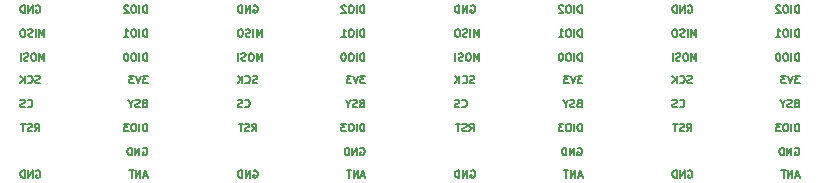
<source format=gbo>
G04 #@! TF.GenerationSoftware,KiCad,Pcbnew,(6.0.6)*
G04 #@! TF.CreationDate,2022-08-31T11:07:13-07:00*
G04 #@! TF.ProjectId,kikit_panel,6b696b69-745f-4706-916e-656c2e6b6963,rev?*
G04 #@! TF.SameCoordinates,Original*
G04 #@! TF.FileFunction,Legend,Bot*
G04 #@! TF.FilePolarity,Positive*
%FSLAX46Y46*%
G04 Gerber Fmt 4.6, Leading zero omitted, Abs format (unit mm)*
G04 Created by KiCad (PCBNEW (6.0.6)) date 2022-08-31 11:07:13*
%MOMM*%
%LPD*%
G01*
G04 APERTURE LIST*
%ADD10C,0.152400*%
%ADD11C,0.500000*%
%ADD12C,1.200000*%
%ADD13R,1.200000X1.200000*%
%ADD14C,2.000000*%
G04 APERTURE END LIST*
D10*
X37250583Y-32236261D02*
X37462250Y-31933880D01*
X37613440Y-32236261D02*
X37613440Y-31601261D01*
X37371536Y-31601261D01*
X37311060Y-31631500D01*
X37280821Y-31661738D01*
X37250583Y-31722214D01*
X37250583Y-31812928D01*
X37280821Y-31873404D01*
X37311060Y-31903642D01*
X37371536Y-31933880D01*
X37613440Y-31933880D01*
X37008679Y-32206023D02*
X36917964Y-32236261D01*
X36766774Y-32236261D01*
X36706298Y-32206023D01*
X36676060Y-32175785D01*
X36645821Y-32115309D01*
X36645821Y-32054833D01*
X36676060Y-31994357D01*
X36706298Y-31964119D01*
X36766774Y-31933880D01*
X36887726Y-31903642D01*
X36948202Y-31873404D01*
X36978440Y-31843166D01*
X37008679Y-31782690D01*
X37008679Y-31722214D01*
X36978440Y-31661738D01*
X36948202Y-31631500D01*
X36887726Y-31601261D01*
X36736536Y-31601261D01*
X36645821Y-31631500D01*
X36464393Y-31601261D02*
X36101536Y-31601261D01*
X36282964Y-32236261D02*
X36282964Y-31601261D01*
X55652583Y-32236261D02*
X55864250Y-31933880D01*
X56015440Y-32236261D02*
X56015440Y-31601261D01*
X55773536Y-31601261D01*
X55713060Y-31631500D01*
X55682821Y-31661738D01*
X55652583Y-31722214D01*
X55652583Y-31812928D01*
X55682821Y-31873404D01*
X55713060Y-31903642D01*
X55773536Y-31933880D01*
X56015440Y-31933880D01*
X55410679Y-32206023D02*
X55319964Y-32236261D01*
X55168774Y-32236261D01*
X55108298Y-32206023D01*
X55078060Y-32175785D01*
X55047821Y-32115309D01*
X55047821Y-32054833D01*
X55078060Y-31994357D01*
X55108298Y-31964119D01*
X55168774Y-31933880D01*
X55289726Y-31903642D01*
X55350202Y-31873404D01*
X55380440Y-31843166D01*
X55410679Y-31782690D01*
X55410679Y-31722214D01*
X55380440Y-31661738D01*
X55350202Y-31631500D01*
X55289726Y-31601261D01*
X55138536Y-31601261D01*
X55047821Y-31631500D01*
X54866393Y-31601261D02*
X54503536Y-31601261D01*
X54684964Y-32236261D02*
X54684964Y-31601261D01*
X18848583Y-32236261D02*
X19060250Y-31933880D01*
X19211440Y-32236261D02*
X19211440Y-31601261D01*
X18969536Y-31601261D01*
X18909060Y-31631500D01*
X18878821Y-31661738D01*
X18848583Y-31722214D01*
X18848583Y-31812928D01*
X18878821Y-31873404D01*
X18909060Y-31903642D01*
X18969536Y-31933880D01*
X19211440Y-31933880D01*
X18606679Y-32206023D02*
X18515964Y-32236261D01*
X18364774Y-32236261D01*
X18304298Y-32206023D01*
X18274060Y-32175785D01*
X18243821Y-32115309D01*
X18243821Y-32054833D01*
X18274060Y-31994357D01*
X18304298Y-31964119D01*
X18364774Y-31933880D01*
X18485726Y-31903642D01*
X18546202Y-31873404D01*
X18576440Y-31843166D01*
X18606679Y-31782690D01*
X18606679Y-31722214D01*
X18576440Y-31661738D01*
X18546202Y-31631500D01*
X18485726Y-31601261D01*
X18334536Y-31601261D01*
X18243821Y-31631500D01*
X18062393Y-31601261D02*
X17699536Y-31601261D01*
X17880964Y-32236261D02*
X17880964Y-31601261D01*
X74054583Y-32236261D02*
X74266250Y-31933880D01*
X74417440Y-32236261D02*
X74417440Y-31601261D01*
X74175536Y-31601261D01*
X74115060Y-31631500D01*
X74084821Y-31661738D01*
X74054583Y-31722214D01*
X74054583Y-31812928D01*
X74084821Y-31873404D01*
X74115060Y-31903642D01*
X74175536Y-31933880D01*
X74417440Y-31933880D01*
X73812679Y-32206023D02*
X73721964Y-32236261D01*
X73570774Y-32236261D01*
X73510298Y-32206023D01*
X73480060Y-32175785D01*
X73449821Y-32115309D01*
X73449821Y-32054833D01*
X73480060Y-31994357D01*
X73510298Y-31964119D01*
X73570774Y-31933880D01*
X73691726Y-31903642D01*
X73752202Y-31873404D01*
X73782440Y-31843166D01*
X73812679Y-31782690D01*
X73812679Y-31722214D01*
X73782440Y-31661738D01*
X73752202Y-31631500D01*
X73691726Y-31601261D01*
X73540536Y-31601261D01*
X73449821Y-31631500D01*
X73268393Y-31601261D02*
X72905536Y-31601261D01*
X73086964Y-32236261D02*
X73086964Y-31601261D01*
X55041774Y-30143785D02*
X55072012Y-30174023D01*
X55162726Y-30204261D01*
X55223202Y-30204261D01*
X55313917Y-30174023D01*
X55374393Y-30113547D01*
X55404631Y-30053071D01*
X55434869Y-29932119D01*
X55434869Y-29841404D01*
X55404631Y-29720452D01*
X55374393Y-29659976D01*
X55313917Y-29599500D01*
X55223202Y-29569261D01*
X55162726Y-29569261D01*
X55072012Y-29599500D01*
X55041774Y-29629738D01*
X54799869Y-30174023D02*
X54709155Y-30204261D01*
X54557964Y-30204261D01*
X54497488Y-30174023D01*
X54467250Y-30143785D01*
X54437012Y-30083309D01*
X54437012Y-30022833D01*
X54467250Y-29962357D01*
X54497488Y-29932119D01*
X54557964Y-29901880D01*
X54678917Y-29871642D01*
X54739393Y-29841404D01*
X54769631Y-29811166D01*
X54799869Y-29750690D01*
X54799869Y-29690214D01*
X54769631Y-29629738D01*
X54739393Y-29599500D01*
X54678917Y-29569261D01*
X54527726Y-29569261D01*
X54437012Y-29599500D01*
X73443774Y-30143785D02*
X73474012Y-30174023D01*
X73564726Y-30204261D01*
X73625202Y-30204261D01*
X73715917Y-30174023D01*
X73776393Y-30113547D01*
X73806631Y-30053071D01*
X73836869Y-29932119D01*
X73836869Y-29841404D01*
X73806631Y-29720452D01*
X73776393Y-29659976D01*
X73715917Y-29599500D01*
X73625202Y-29569261D01*
X73564726Y-29569261D01*
X73474012Y-29599500D01*
X73443774Y-29629738D01*
X73201869Y-30174023D02*
X73111155Y-30204261D01*
X72959964Y-30204261D01*
X72899488Y-30174023D01*
X72869250Y-30143785D01*
X72839012Y-30083309D01*
X72839012Y-30022833D01*
X72869250Y-29962357D01*
X72899488Y-29932119D01*
X72959964Y-29901880D01*
X73080917Y-29871642D01*
X73141393Y-29841404D01*
X73171631Y-29811166D01*
X73201869Y-29750690D01*
X73201869Y-29690214D01*
X73171631Y-29629738D01*
X73141393Y-29599500D01*
X73080917Y-29569261D01*
X72929726Y-29569261D01*
X72839012Y-29599500D01*
X18237774Y-30143785D02*
X18268012Y-30174023D01*
X18358726Y-30204261D01*
X18419202Y-30204261D01*
X18509917Y-30174023D01*
X18570393Y-30113547D01*
X18600631Y-30053071D01*
X18630869Y-29932119D01*
X18630869Y-29841404D01*
X18600631Y-29720452D01*
X18570393Y-29659976D01*
X18509917Y-29599500D01*
X18419202Y-29569261D01*
X18358726Y-29569261D01*
X18268012Y-29599500D01*
X18237774Y-29629738D01*
X17995869Y-30174023D02*
X17905155Y-30204261D01*
X17753964Y-30204261D01*
X17693488Y-30174023D01*
X17663250Y-30143785D01*
X17633012Y-30083309D01*
X17633012Y-30022833D01*
X17663250Y-29962357D01*
X17693488Y-29932119D01*
X17753964Y-29901880D01*
X17874917Y-29871642D01*
X17935393Y-29841404D01*
X17965631Y-29811166D01*
X17995869Y-29750690D01*
X17995869Y-29690214D01*
X17965631Y-29629738D01*
X17935393Y-29599500D01*
X17874917Y-29569261D01*
X17723726Y-29569261D01*
X17633012Y-29599500D01*
X36639774Y-30143785D02*
X36670012Y-30174023D01*
X36760726Y-30204261D01*
X36821202Y-30204261D01*
X36911917Y-30174023D01*
X36972393Y-30113547D01*
X37002631Y-30053071D01*
X37032869Y-29932119D01*
X37032869Y-29841404D01*
X37002631Y-29720452D01*
X36972393Y-29659976D01*
X36911917Y-29599500D01*
X36821202Y-29569261D01*
X36760726Y-29569261D01*
X36670012Y-29599500D01*
X36639774Y-29629738D01*
X36397869Y-30174023D02*
X36307155Y-30204261D01*
X36155964Y-30204261D01*
X36095488Y-30174023D01*
X36065250Y-30143785D01*
X36035012Y-30083309D01*
X36035012Y-30022833D01*
X36065250Y-29962357D01*
X36095488Y-29932119D01*
X36155964Y-29901880D01*
X36276917Y-29871642D01*
X36337393Y-29841404D01*
X36367631Y-29811166D01*
X36397869Y-29750690D01*
X36397869Y-29690214D01*
X36367631Y-29629738D01*
X36337393Y-29599500D01*
X36276917Y-29569261D01*
X36125726Y-29569261D01*
X36035012Y-29599500D01*
X37667869Y-28142023D02*
X37577155Y-28172261D01*
X37425964Y-28172261D01*
X37365488Y-28142023D01*
X37335250Y-28111785D01*
X37305012Y-28051309D01*
X37305012Y-27990833D01*
X37335250Y-27930357D01*
X37365488Y-27900119D01*
X37425964Y-27869880D01*
X37546917Y-27839642D01*
X37607393Y-27809404D01*
X37637631Y-27779166D01*
X37667869Y-27718690D01*
X37667869Y-27658214D01*
X37637631Y-27597738D01*
X37607393Y-27567500D01*
X37546917Y-27537261D01*
X37395726Y-27537261D01*
X37305012Y-27567500D01*
X36670012Y-28111785D02*
X36700250Y-28142023D01*
X36790964Y-28172261D01*
X36851440Y-28172261D01*
X36942155Y-28142023D01*
X37002631Y-28081547D01*
X37032869Y-28021071D01*
X37063107Y-27900119D01*
X37063107Y-27809404D01*
X37032869Y-27688452D01*
X37002631Y-27627976D01*
X36942155Y-27567500D01*
X36851440Y-27537261D01*
X36790964Y-27537261D01*
X36700250Y-27567500D01*
X36670012Y-27597738D01*
X36397869Y-28172261D02*
X36397869Y-27537261D01*
X36035012Y-28172261D02*
X36307155Y-27809404D01*
X36035012Y-27537261D02*
X36397869Y-27900119D01*
X19265869Y-28142023D02*
X19175155Y-28172261D01*
X19023964Y-28172261D01*
X18963488Y-28142023D01*
X18933250Y-28111785D01*
X18903012Y-28051309D01*
X18903012Y-27990833D01*
X18933250Y-27930357D01*
X18963488Y-27900119D01*
X19023964Y-27869880D01*
X19144917Y-27839642D01*
X19205393Y-27809404D01*
X19235631Y-27779166D01*
X19265869Y-27718690D01*
X19265869Y-27658214D01*
X19235631Y-27597738D01*
X19205393Y-27567500D01*
X19144917Y-27537261D01*
X18993726Y-27537261D01*
X18903012Y-27567500D01*
X18268012Y-28111785D02*
X18298250Y-28142023D01*
X18388964Y-28172261D01*
X18449440Y-28172261D01*
X18540155Y-28142023D01*
X18600631Y-28081547D01*
X18630869Y-28021071D01*
X18661107Y-27900119D01*
X18661107Y-27809404D01*
X18630869Y-27688452D01*
X18600631Y-27627976D01*
X18540155Y-27567500D01*
X18449440Y-27537261D01*
X18388964Y-27537261D01*
X18298250Y-27567500D01*
X18268012Y-27597738D01*
X17995869Y-28172261D02*
X17995869Y-27537261D01*
X17633012Y-28172261D02*
X17905155Y-27809404D01*
X17633012Y-27537261D02*
X17995869Y-27900119D01*
X56069869Y-28142023D02*
X55979155Y-28172261D01*
X55827964Y-28172261D01*
X55767488Y-28142023D01*
X55737250Y-28111785D01*
X55707012Y-28051309D01*
X55707012Y-27990833D01*
X55737250Y-27930357D01*
X55767488Y-27900119D01*
X55827964Y-27869880D01*
X55948917Y-27839642D01*
X56009393Y-27809404D01*
X56039631Y-27779166D01*
X56069869Y-27718690D01*
X56069869Y-27658214D01*
X56039631Y-27597738D01*
X56009393Y-27567500D01*
X55948917Y-27537261D01*
X55797726Y-27537261D01*
X55707012Y-27567500D01*
X55072012Y-28111785D02*
X55102250Y-28142023D01*
X55192964Y-28172261D01*
X55253440Y-28172261D01*
X55344155Y-28142023D01*
X55404631Y-28081547D01*
X55434869Y-28021071D01*
X55465107Y-27900119D01*
X55465107Y-27809404D01*
X55434869Y-27688452D01*
X55404631Y-27627976D01*
X55344155Y-27567500D01*
X55253440Y-27537261D01*
X55192964Y-27537261D01*
X55102250Y-27567500D01*
X55072012Y-27597738D01*
X54799869Y-28172261D02*
X54799869Y-27537261D01*
X54437012Y-28172261D02*
X54709155Y-27809404D01*
X54437012Y-27537261D02*
X54799869Y-27900119D01*
X74471869Y-28142023D02*
X74381155Y-28172261D01*
X74229964Y-28172261D01*
X74169488Y-28142023D01*
X74139250Y-28111785D01*
X74109012Y-28051309D01*
X74109012Y-27990833D01*
X74139250Y-27930357D01*
X74169488Y-27900119D01*
X74229964Y-27869880D01*
X74350917Y-27839642D01*
X74411393Y-27809404D01*
X74441631Y-27779166D01*
X74471869Y-27718690D01*
X74471869Y-27658214D01*
X74441631Y-27597738D01*
X74411393Y-27567500D01*
X74350917Y-27537261D01*
X74199726Y-27537261D01*
X74109012Y-27567500D01*
X73474012Y-28111785D02*
X73504250Y-28142023D01*
X73594964Y-28172261D01*
X73655440Y-28172261D01*
X73746155Y-28142023D01*
X73806631Y-28081547D01*
X73836869Y-28021071D01*
X73867107Y-27900119D01*
X73867107Y-27809404D01*
X73836869Y-27688452D01*
X73806631Y-27627976D01*
X73746155Y-27567500D01*
X73655440Y-27537261D01*
X73594964Y-27537261D01*
X73504250Y-27567500D01*
X73474012Y-27597738D01*
X73201869Y-28172261D02*
X73201869Y-27537261D01*
X72839012Y-28172261D02*
X73111155Y-27809404D01*
X72839012Y-27537261D02*
X73201869Y-27900119D01*
X38060964Y-26267261D02*
X38060964Y-25632261D01*
X37849298Y-26085833D01*
X37637631Y-25632261D01*
X37637631Y-26267261D01*
X37214298Y-25632261D02*
X37093345Y-25632261D01*
X37032869Y-25662500D01*
X36972393Y-25722976D01*
X36942155Y-25843928D01*
X36942155Y-26055595D01*
X36972393Y-26176547D01*
X37032869Y-26237023D01*
X37093345Y-26267261D01*
X37214298Y-26267261D01*
X37274774Y-26237023D01*
X37335250Y-26176547D01*
X37365488Y-26055595D01*
X37365488Y-25843928D01*
X37335250Y-25722976D01*
X37274774Y-25662500D01*
X37214298Y-25632261D01*
X36700250Y-26237023D02*
X36609536Y-26267261D01*
X36458345Y-26267261D01*
X36397869Y-26237023D01*
X36367631Y-26206785D01*
X36337393Y-26146309D01*
X36337393Y-26085833D01*
X36367631Y-26025357D01*
X36397869Y-25995119D01*
X36458345Y-25964880D01*
X36579298Y-25934642D01*
X36639774Y-25904404D01*
X36670012Y-25874166D01*
X36700250Y-25813690D01*
X36700250Y-25753214D01*
X36670012Y-25692738D01*
X36639774Y-25662500D01*
X36579298Y-25632261D01*
X36428107Y-25632261D01*
X36337393Y-25662500D01*
X36065250Y-26267261D02*
X36065250Y-25632261D01*
X56462964Y-26267261D02*
X56462964Y-25632261D01*
X56251298Y-26085833D01*
X56039631Y-25632261D01*
X56039631Y-26267261D01*
X55616298Y-25632261D02*
X55495345Y-25632261D01*
X55434869Y-25662500D01*
X55374393Y-25722976D01*
X55344155Y-25843928D01*
X55344155Y-26055595D01*
X55374393Y-26176547D01*
X55434869Y-26237023D01*
X55495345Y-26267261D01*
X55616298Y-26267261D01*
X55676774Y-26237023D01*
X55737250Y-26176547D01*
X55767488Y-26055595D01*
X55767488Y-25843928D01*
X55737250Y-25722976D01*
X55676774Y-25662500D01*
X55616298Y-25632261D01*
X55102250Y-26237023D02*
X55011536Y-26267261D01*
X54860345Y-26267261D01*
X54799869Y-26237023D01*
X54769631Y-26206785D01*
X54739393Y-26146309D01*
X54739393Y-26085833D01*
X54769631Y-26025357D01*
X54799869Y-25995119D01*
X54860345Y-25964880D01*
X54981298Y-25934642D01*
X55041774Y-25904404D01*
X55072012Y-25874166D01*
X55102250Y-25813690D01*
X55102250Y-25753214D01*
X55072012Y-25692738D01*
X55041774Y-25662500D01*
X54981298Y-25632261D01*
X54830107Y-25632261D01*
X54739393Y-25662500D01*
X54467250Y-26267261D02*
X54467250Y-25632261D01*
X74864964Y-26267261D02*
X74864964Y-25632261D01*
X74653298Y-26085833D01*
X74441631Y-25632261D01*
X74441631Y-26267261D01*
X74018298Y-25632261D02*
X73897345Y-25632261D01*
X73836869Y-25662500D01*
X73776393Y-25722976D01*
X73746155Y-25843928D01*
X73746155Y-26055595D01*
X73776393Y-26176547D01*
X73836869Y-26237023D01*
X73897345Y-26267261D01*
X74018298Y-26267261D01*
X74078774Y-26237023D01*
X74139250Y-26176547D01*
X74169488Y-26055595D01*
X74169488Y-25843928D01*
X74139250Y-25722976D01*
X74078774Y-25662500D01*
X74018298Y-25632261D01*
X73504250Y-26237023D02*
X73413536Y-26267261D01*
X73262345Y-26267261D01*
X73201869Y-26237023D01*
X73171631Y-26206785D01*
X73141393Y-26146309D01*
X73141393Y-26085833D01*
X73171631Y-26025357D01*
X73201869Y-25995119D01*
X73262345Y-25964880D01*
X73383298Y-25934642D01*
X73443774Y-25904404D01*
X73474012Y-25874166D01*
X73504250Y-25813690D01*
X73504250Y-25753214D01*
X73474012Y-25692738D01*
X73443774Y-25662500D01*
X73383298Y-25632261D01*
X73232107Y-25632261D01*
X73141393Y-25662500D01*
X72869250Y-26267261D02*
X72869250Y-25632261D01*
X19658964Y-26267261D02*
X19658964Y-25632261D01*
X19447298Y-26085833D01*
X19235631Y-25632261D01*
X19235631Y-26267261D01*
X18812298Y-25632261D02*
X18691345Y-25632261D01*
X18630869Y-25662500D01*
X18570393Y-25722976D01*
X18540155Y-25843928D01*
X18540155Y-26055595D01*
X18570393Y-26176547D01*
X18630869Y-26237023D01*
X18691345Y-26267261D01*
X18812298Y-26267261D01*
X18872774Y-26237023D01*
X18933250Y-26176547D01*
X18963488Y-26055595D01*
X18963488Y-25843928D01*
X18933250Y-25722976D01*
X18872774Y-25662500D01*
X18812298Y-25632261D01*
X18298250Y-26237023D02*
X18207536Y-26267261D01*
X18056345Y-26267261D01*
X17995869Y-26237023D01*
X17965631Y-26206785D01*
X17935393Y-26146309D01*
X17935393Y-26085833D01*
X17965631Y-26025357D01*
X17995869Y-25995119D01*
X18056345Y-25964880D01*
X18177298Y-25934642D01*
X18237774Y-25904404D01*
X18268012Y-25874166D01*
X18298250Y-25813690D01*
X18298250Y-25753214D01*
X18268012Y-25692738D01*
X18237774Y-25662500D01*
X18177298Y-25632261D01*
X18026107Y-25632261D01*
X17935393Y-25662500D01*
X17663250Y-26267261D02*
X17663250Y-25632261D01*
X19658964Y-24235261D02*
X19658964Y-23600261D01*
X19447298Y-24053833D01*
X19235631Y-23600261D01*
X19235631Y-24235261D01*
X18933250Y-24235261D02*
X18933250Y-23600261D01*
X18661107Y-24205023D02*
X18570393Y-24235261D01*
X18419202Y-24235261D01*
X18358726Y-24205023D01*
X18328488Y-24174785D01*
X18298250Y-24114309D01*
X18298250Y-24053833D01*
X18328488Y-23993357D01*
X18358726Y-23963119D01*
X18419202Y-23932880D01*
X18540155Y-23902642D01*
X18600631Y-23872404D01*
X18630869Y-23842166D01*
X18661107Y-23781690D01*
X18661107Y-23721214D01*
X18630869Y-23660738D01*
X18600631Y-23630500D01*
X18540155Y-23600261D01*
X18388964Y-23600261D01*
X18298250Y-23630500D01*
X17905155Y-23600261D02*
X17784202Y-23600261D01*
X17723726Y-23630500D01*
X17663250Y-23690976D01*
X17633012Y-23811928D01*
X17633012Y-24023595D01*
X17663250Y-24144547D01*
X17723726Y-24205023D01*
X17784202Y-24235261D01*
X17905155Y-24235261D01*
X17965631Y-24205023D01*
X18026107Y-24144547D01*
X18056345Y-24023595D01*
X18056345Y-23811928D01*
X18026107Y-23690976D01*
X17965631Y-23630500D01*
X17905155Y-23600261D01*
X56462964Y-24235261D02*
X56462964Y-23600261D01*
X56251298Y-24053833D01*
X56039631Y-23600261D01*
X56039631Y-24235261D01*
X55737250Y-24235261D02*
X55737250Y-23600261D01*
X55465107Y-24205023D02*
X55374393Y-24235261D01*
X55223202Y-24235261D01*
X55162726Y-24205023D01*
X55132488Y-24174785D01*
X55102250Y-24114309D01*
X55102250Y-24053833D01*
X55132488Y-23993357D01*
X55162726Y-23963119D01*
X55223202Y-23932880D01*
X55344155Y-23902642D01*
X55404631Y-23872404D01*
X55434869Y-23842166D01*
X55465107Y-23781690D01*
X55465107Y-23721214D01*
X55434869Y-23660738D01*
X55404631Y-23630500D01*
X55344155Y-23600261D01*
X55192964Y-23600261D01*
X55102250Y-23630500D01*
X54709155Y-23600261D02*
X54588202Y-23600261D01*
X54527726Y-23630500D01*
X54467250Y-23690976D01*
X54437012Y-23811928D01*
X54437012Y-24023595D01*
X54467250Y-24144547D01*
X54527726Y-24205023D01*
X54588202Y-24235261D01*
X54709155Y-24235261D01*
X54769631Y-24205023D01*
X54830107Y-24144547D01*
X54860345Y-24023595D01*
X54860345Y-23811928D01*
X54830107Y-23690976D01*
X54769631Y-23630500D01*
X54709155Y-23600261D01*
X74864964Y-24235261D02*
X74864964Y-23600261D01*
X74653298Y-24053833D01*
X74441631Y-23600261D01*
X74441631Y-24235261D01*
X74139250Y-24235261D02*
X74139250Y-23600261D01*
X73867107Y-24205023D02*
X73776393Y-24235261D01*
X73625202Y-24235261D01*
X73564726Y-24205023D01*
X73534488Y-24174785D01*
X73504250Y-24114309D01*
X73504250Y-24053833D01*
X73534488Y-23993357D01*
X73564726Y-23963119D01*
X73625202Y-23932880D01*
X73746155Y-23902642D01*
X73806631Y-23872404D01*
X73836869Y-23842166D01*
X73867107Y-23781690D01*
X73867107Y-23721214D01*
X73836869Y-23660738D01*
X73806631Y-23630500D01*
X73746155Y-23600261D01*
X73594964Y-23600261D01*
X73504250Y-23630500D01*
X73111155Y-23600261D02*
X72990202Y-23600261D01*
X72929726Y-23630500D01*
X72869250Y-23690976D01*
X72839012Y-23811928D01*
X72839012Y-24023595D01*
X72869250Y-24144547D01*
X72929726Y-24205023D01*
X72990202Y-24235261D01*
X73111155Y-24235261D01*
X73171631Y-24205023D01*
X73232107Y-24144547D01*
X73262345Y-24023595D01*
X73262345Y-23811928D01*
X73232107Y-23690976D01*
X73171631Y-23630500D01*
X73111155Y-23600261D01*
X38060964Y-24235261D02*
X38060964Y-23600261D01*
X37849298Y-24053833D01*
X37637631Y-23600261D01*
X37637631Y-24235261D01*
X37335250Y-24235261D02*
X37335250Y-23600261D01*
X37063107Y-24205023D02*
X36972393Y-24235261D01*
X36821202Y-24235261D01*
X36760726Y-24205023D01*
X36730488Y-24174785D01*
X36700250Y-24114309D01*
X36700250Y-24053833D01*
X36730488Y-23993357D01*
X36760726Y-23963119D01*
X36821202Y-23932880D01*
X36942155Y-23902642D01*
X37002631Y-23872404D01*
X37032869Y-23842166D01*
X37063107Y-23781690D01*
X37063107Y-23721214D01*
X37032869Y-23660738D01*
X37002631Y-23630500D01*
X36942155Y-23600261D01*
X36790964Y-23600261D01*
X36700250Y-23630500D01*
X36307155Y-23600261D02*
X36186202Y-23600261D01*
X36125726Y-23630500D01*
X36065250Y-23690976D01*
X36035012Y-23811928D01*
X36035012Y-24023595D01*
X36065250Y-24144547D01*
X36125726Y-24205023D01*
X36186202Y-24235261D01*
X36307155Y-24235261D01*
X36367631Y-24205023D01*
X36428107Y-24144547D01*
X36458345Y-24023595D01*
X36458345Y-23811928D01*
X36428107Y-23690976D01*
X36367631Y-23630500D01*
X36307155Y-23600261D01*
X74169488Y-21598500D02*
X74229964Y-21568261D01*
X74320679Y-21568261D01*
X74411393Y-21598500D01*
X74471869Y-21658976D01*
X74502107Y-21719452D01*
X74532345Y-21840404D01*
X74532345Y-21931119D01*
X74502107Y-22052071D01*
X74471869Y-22112547D01*
X74411393Y-22173023D01*
X74320679Y-22203261D01*
X74260202Y-22203261D01*
X74169488Y-22173023D01*
X74139250Y-22142785D01*
X74139250Y-21931119D01*
X74260202Y-21931119D01*
X73867107Y-22203261D02*
X73867107Y-21568261D01*
X73504250Y-22203261D01*
X73504250Y-21568261D01*
X73201869Y-22203261D02*
X73201869Y-21568261D01*
X73050679Y-21568261D01*
X72959964Y-21598500D01*
X72899488Y-21658976D01*
X72869250Y-21719452D01*
X72839012Y-21840404D01*
X72839012Y-21931119D01*
X72869250Y-22052071D01*
X72899488Y-22112547D01*
X72959964Y-22173023D01*
X73050679Y-22203261D01*
X73201869Y-22203261D01*
X37365488Y-21598500D02*
X37425964Y-21568261D01*
X37516679Y-21568261D01*
X37607393Y-21598500D01*
X37667869Y-21658976D01*
X37698107Y-21719452D01*
X37728345Y-21840404D01*
X37728345Y-21931119D01*
X37698107Y-22052071D01*
X37667869Y-22112547D01*
X37607393Y-22173023D01*
X37516679Y-22203261D01*
X37456202Y-22203261D01*
X37365488Y-22173023D01*
X37335250Y-22142785D01*
X37335250Y-21931119D01*
X37456202Y-21931119D01*
X37063107Y-22203261D02*
X37063107Y-21568261D01*
X36700250Y-22203261D01*
X36700250Y-21568261D01*
X36397869Y-22203261D02*
X36397869Y-21568261D01*
X36246679Y-21568261D01*
X36155964Y-21598500D01*
X36095488Y-21658976D01*
X36065250Y-21719452D01*
X36035012Y-21840404D01*
X36035012Y-21931119D01*
X36065250Y-22052071D01*
X36095488Y-22112547D01*
X36155964Y-22173023D01*
X36246679Y-22203261D01*
X36397869Y-22203261D01*
X18963488Y-21598500D02*
X19023964Y-21568261D01*
X19114679Y-21568261D01*
X19205393Y-21598500D01*
X19265869Y-21658976D01*
X19296107Y-21719452D01*
X19326345Y-21840404D01*
X19326345Y-21931119D01*
X19296107Y-22052071D01*
X19265869Y-22112547D01*
X19205393Y-22173023D01*
X19114679Y-22203261D01*
X19054202Y-22203261D01*
X18963488Y-22173023D01*
X18933250Y-22142785D01*
X18933250Y-21931119D01*
X19054202Y-21931119D01*
X18661107Y-22203261D02*
X18661107Y-21568261D01*
X18298250Y-22203261D01*
X18298250Y-21568261D01*
X17995869Y-22203261D02*
X17995869Y-21568261D01*
X17844679Y-21568261D01*
X17753964Y-21598500D01*
X17693488Y-21658976D01*
X17663250Y-21719452D01*
X17633012Y-21840404D01*
X17633012Y-21931119D01*
X17663250Y-22052071D01*
X17693488Y-22112547D01*
X17753964Y-22173023D01*
X17844679Y-22203261D01*
X17995869Y-22203261D01*
X55767488Y-21598500D02*
X55827964Y-21568261D01*
X55918679Y-21568261D01*
X56009393Y-21598500D01*
X56069869Y-21658976D01*
X56100107Y-21719452D01*
X56130345Y-21840404D01*
X56130345Y-21931119D01*
X56100107Y-22052071D01*
X56069869Y-22112547D01*
X56009393Y-22173023D01*
X55918679Y-22203261D01*
X55858202Y-22203261D01*
X55767488Y-22173023D01*
X55737250Y-22142785D01*
X55737250Y-21931119D01*
X55858202Y-21931119D01*
X55465107Y-22203261D02*
X55465107Y-21568261D01*
X55102250Y-22203261D01*
X55102250Y-21568261D01*
X54799869Y-22203261D02*
X54799869Y-21568261D01*
X54648679Y-21568261D01*
X54557964Y-21598500D01*
X54497488Y-21658976D01*
X54467250Y-21719452D01*
X54437012Y-21840404D01*
X54437012Y-21931119D01*
X54467250Y-22052071D01*
X54497488Y-22112547D01*
X54557964Y-22173023D01*
X54648679Y-22203261D01*
X54799869Y-22203261D01*
X37365488Y-35568500D02*
X37425964Y-35538261D01*
X37516679Y-35538261D01*
X37607393Y-35568500D01*
X37667869Y-35628976D01*
X37698107Y-35689452D01*
X37728345Y-35810404D01*
X37728345Y-35901119D01*
X37698107Y-36022071D01*
X37667869Y-36082547D01*
X37607393Y-36143023D01*
X37516679Y-36173261D01*
X37456202Y-36173261D01*
X37365488Y-36143023D01*
X37335250Y-36112785D01*
X37335250Y-35901119D01*
X37456202Y-35901119D01*
X37063107Y-36173261D02*
X37063107Y-35538261D01*
X36700250Y-36173261D01*
X36700250Y-35538261D01*
X36397869Y-36173261D02*
X36397869Y-35538261D01*
X36246679Y-35538261D01*
X36155964Y-35568500D01*
X36095488Y-35628976D01*
X36065250Y-35689452D01*
X36035012Y-35810404D01*
X36035012Y-35901119D01*
X36065250Y-36022071D01*
X36095488Y-36082547D01*
X36155964Y-36143023D01*
X36246679Y-36173261D01*
X36397869Y-36173261D01*
X55767488Y-35568500D02*
X55827964Y-35538261D01*
X55918679Y-35538261D01*
X56009393Y-35568500D01*
X56069869Y-35628976D01*
X56100107Y-35689452D01*
X56130345Y-35810404D01*
X56130345Y-35901119D01*
X56100107Y-36022071D01*
X56069869Y-36082547D01*
X56009393Y-36143023D01*
X55918679Y-36173261D01*
X55858202Y-36173261D01*
X55767488Y-36143023D01*
X55737250Y-36112785D01*
X55737250Y-35901119D01*
X55858202Y-35901119D01*
X55465107Y-36173261D02*
X55465107Y-35538261D01*
X55102250Y-36173261D01*
X55102250Y-35538261D01*
X54799869Y-36173261D02*
X54799869Y-35538261D01*
X54648679Y-35538261D01*
X54557964Y-35568500D01*
X54497488Y-35628976D01*
X54467250Y-35689452D01*
X54437012Y-35810404D01*
X54437012Y-35901119D01*
X54467250Y-36022071D01*
X54497488Y-36082547D01*
X54557964Y-36143023D01*
X54648679Y-36173261D01*
X54799869Y-36173261D01*
X18963488Y-35568500D02*
X19023964Y-35538261D01*
X19114679Y-35538261D01*
X19205393Y-35568500D01*
X19265869Y-35628976D01*
X19296107Y-35689452D01*
X19326345Y-35810404D01*
X19326345Y-35901119D01*
X19296107Y-36022071D01*
X19265869Y-36082547D01*
X19205393Y-36143023D01*
X19114679Y-36173261D01*
X19054202Y-36173261D01*
X18963488Y-36143023D01*
X18933250Y-36112785D01*
X18933250Y-35901119D01*
X19054202Y-35901119D01*
X18661107Y-36173261D02*
X18661107Y-35538261D01*
X18298250Y-36173261D01*
X18298250Y-35538261D01*
X17995869Y-36173261D02*
X17995869Y-35538261D01*
X17844679Y-35538261D01*
X17753964Y-35568500D01*
X17693488Y-35628976D01*
X17663250Y-35689452D01*
X17633012Y-35810404D01*
X17633012Y-35901119D01*
X17663250Y-36022071D01*
X17693488Y-36082547D01*
X17753964Y-36143023D01*
X17844679Y-36173261D01*
X17995869Y-36173261D01*
X74169488Y-35568500D02*
X74229964Y-35538261D01*
X74320679Y-35538261D01*
X74411393Y-35568500D01*
X74471869Y-35628976D01*
X74502107Y-35689452D01*
X74532345Y-35810404D01*
X74532345Y-35901119D01*
X74502107Y-36022071D01*
X74471869Y-36082547D01*
X74411393Y-36143023D01*
X74320679Y-36173261D01*
X74260202Y-36173261D01*
X74169488Y-36143023D01*
X74139250Y-36112785D01*
X74139250Y-35901119D01*
X74260202Y-35901119D01*
X73867107Y-36173261D02*
X73867107Y-35538261D01*
X73504250Y-36173261D01*
X73504250Y-35538261D01*
X73201869Y-36173261D02*
X73201869Y-35538261D01*
X73050679Y-35538261D01*
X72959964Y-35568500D01*
X72899488Y-35628976D01*
X72869250Y-35689452D01*
X72839012Y-35810404D01*
X72839012Y-35901119D01*
X72869250Y-36022071D01*
X72899488Y-36082547D01*
X72959964Y-36143023D01*
X73050679Y-36173261D01*
X73201869Y-36173261D01*
X46740749Y-22203261D02*
X46740749Y-21568261D01*
X46589559Y-21568261D01*
X46498844Y-21598500D01*
X46438368Y-21658976D01*
X46408130Y-21719452D01*
X46377892Y-21840404D01*
X46377892Y-21931119D01*
X46408130Y-22052071D01*
X46438368Y-22112547D01*
X46498844Y-22173023D01*
X46589559Y-22203261D01*
X46740749Y-22203261D01*
X46105749Y-22203261D02*
X46105749Y-21568261D01*
X45682416Y-21568261D02*
X45561463Y-21568261D01*
X45500987Y-21598500D01*
X45440511Y-21658976D01*
X45410273Y-21779928D01*
X45410273Y-21991595D01*
X45440511Y-22112547D01*
X45500987Y-22173023D01*
X45561463Y-22203261D01*
X45682416Y-22203261D01*
X45742892Y-22173023D01*
X45803368Y-22112547D01*
X45833606Y-21991595D01*
X45833606Y-21779928D01*
X45803368Y-21658976D01*
X45742892Y-21598500D01*
X45682416Y-21568261D01*
X45168368Y-21628738D02*
X45138130Y-21598500D01*
X45077654Y-21568261D01*
X44926463Y-21568261D01*
X44865987Y-21598500D01*
X44835749Y-21628738D01*
X44805511Y-21689214D01*
X44805511Y-21749690D01*
X44835749Y-21840404D01*
X45198606Y-22203261D01*
X44805511Y-22203261D01*
X65142749Y-22203261D02*
X65142749Y-21568261D01*
X64991559Y-21568261D01*
X64900844Y-21598500D01*
X64840368Y-21658976D01*
X64810130Y-21719452D01*
X64779892Y-21840404D01*
X64779892Y-21931119D01*
X64810130Y-22052071D01*
X64840368Y-22112547D01*
X64900844Y-22173023D01*
X64991559Y-22203261D01*
X65142749Y-22203261D01*
X64507749Y-22203261D02*
X64507749Y-21568261D01*
X64084416Y-21568261D02*
X63963463Y-21568261D01*
X63902987Y-21598500D01*
X63842511Y-21658976D01*
X63812273Y-21779928D01*
X63812273Y-21991595D01*
X63842511Y-22112547D01*
X63902987Y-22173023D01*
X63963463Y-22203261D01*
X64084416Y-22203261D01*
X64144892Y-22173023D01*
X64205368Y-22112547D01*
X64235606Y-21991595D01*
X64235606Y-21779928D01*
X64205368Y-21658976D01*
X64144892Y-21598500D01*
X64084416Y-21568261D01*
X63570368Y-21628738D02*
X63540130Y-21598500D01*
X63479654Y-21568261D01*
X63328463Y-21568261D01*
X63267987Y-21598500D01*
X63237749Y-21628738D01*
X63207511Y-21689214D01*
X63207511Y-21749690D01*
X63237749Y-21840404D01*
X63600606Y-22203261D01*
X63207511Y-22203261D01*
X83544749Y-22203261D02*
X83544749Y-21568261D01*
X83393559Y-21568261D01*
X83302844Y-21598500D01*
X83242368Y-21658976D01*
X83212130Y-21719452D01*
X83181892Y-21840404D01*
X83181892Y-21931119D01*
X83212130Y-22052071D01*
X83242368Y-22112547D01*
X83302844Y-22173023D01*
X83393559Y-22203261D01*
X83544749Y-22203261D01*
X82909749Y-22203261D02*
X82909749Y-21568261D01*
X82486416Y-21568261D02*
X82365463Y-21568261D01*
X82304987Y-21598500D01*
X82244511Y-21658976D01*
X82214273Y-21779928D01*
X82214273Y-21991595D01*
X82244511Y-22112547D01*
X82304987Y-22173023D01*
X82365463Y-22203261D01*
X82486416Y-22203261D01*
X82546892Y-22173023D01*
X82607368Y-22112547D01*
X82637606Y-21991595D01*
X82637606Y-21779928D01*
X82607368Y-21658976D01*
X82546892Y-21598500D01*
X82486416Y-21568261D01*
X81972368Y-21628738D02*
X81942130Y-21598500D01*
X81881654Y-21568261D01*
X81730463Y-21568261D01*
X81669987Y-21598500D01*
X81639749Y-21628738D01*
X81609511Y-21689214D01*
X81609511Y-21749690D01*
X81639749Y-21840404D01*
X82002606Y-22203261D01*
X81609511Y-22203261D01*
X28338749Y-22203261D02*
X28338749Y-21568261D01*
X28187559Y-21568261D01*
X28096844Y-21598500D01*
X28036368Y-21658976D01*
X28006130Y-21719452D01*
X27975892Y-21840404D01*
X27975892Y-21931119D01*
X28006130Y-22052071D01*
X28036368Y-22112547D01*
X28096844Y-22173023D01*
X28187559Y-22203261D01*
X28338749Y-22203261D01*
X27703749Y-22203261D02*
X27703749Y-21568261D01*
X27280416Y-21568261D02*
X27159463Y-21568261D01*
X27098987Y-21598500D01*
X27038511Y-21658976D01*
X27008273Y-21779928D01*
X27008273Y-21991595D01*
X27038511Y-22112547D01*
X27098987Y-22173023D01*
X27159463Y-22203261D01*
X27280416Y-22203261D01*
X27340892Y-22173023D01*
X27401368Y-22112547D01*
X27431606Y-21991595D01*
X27431606Y-21779928D01*
X27401368Y-21658976D01*
X27340892Y-21598500D01*
X27280416Y-21568261D01*
X26766368Y-21628738D02*
X26736130Y-21598500D01*
X26675654Y-21568261D01*
X26524463Y-21568261D01*
X26463987Y-21598500D01*
X26433749Y-21628738D01*
X26403511Y-21689214D01*
X26403511Y-21749690D01*
X26433749Y-21840404D01*
X26796606Y-22203261D01*
X26403511Y-22203261D01*
X46740749Y-24235261D02*
X46740749Y-23600261D01*
X46589559Y-23600261D01*
X46498844Y-23630500D01*
X46438368Y-23690976D01*
X46408130Y-23751452D01*
X46377892Y-23872404D01*
X46377892Y-23963119D01*
X46408130Y-24084071D01*
X46438368Y-24144547D01*
X46498844Y-24205023D01*
X46589559Y-24235261D01*
X46740749Y-24235261D01*
X46105749Y-24235261D02*
X46105749Y-23600261D01*
X45682416Y-23600261D02*
X45561463Y-23600261D01*
X45500987Y-23630500D01*
X45440511Y-23690976D01*
X45410273Y-23811928D01*
X45410273Y-24023595D01*
X45440511Y-24144547D01*
X45500987Y-24205023D01*
X45561463Y-24235261D01*
X45682416Y-24235261D01*
X45742892Y-24205023D01*
X45803368Y-24144547D01*
X45833606Y-24023595D01*
X45833606Y-23811928D01*
X45803368Y-23690976D01*
X45742892Y-23630500D01*
X45682416Y-23600261D01*
X44805511Y-24235261D02*
X45168368Y-24235261D01*
X44986940Y-24235261D02*
X44986940Y-23600261D01*
X45047416Y-23690976D01*
X45107892Y-23751452D01*
X45168368Y-23781690D01*
X65142749Y-24235261D02*
X65142749Y-23600261D01*
X64991559Y-23600261D01*
X64900844Y-23630500D01*
X64840368Y-23690976D01*
X64810130Y-23751452D01*
X64779892Y-23872404D01*
X64779892Y-23963119D01*
X64810130Y-24084071D01*
X64840368Y-24144547D01*
X64900844Y-24205023D01*
X64991559Y-24235261D01*
X65142749Y-24235261D01*
X64507749Y-24235261D02*
X64507749Y-23600261D01*
X64084416Y-23600261D02*
X63963463Y-23600261D01*
X63902987Y-23630500D01*
X63842511Y-23690976D01*
X63812273Y-23811928D01*
X63812273Y-24023595D01*
X63842511Y-24144547D01*
X63902987Y-24205023D01*
X63963463Y-24235261D01*
X64084416Y-24235261D01*
X64144892Y-24205023D01*
X64205368Y-24144547D01*
X64235606Y-24023595D01*
X64235606Y-23811928D01*
X64205368Y-23690976D01*
X64144892Y-23630500D01*
X64084416Y-23600261D01*
X63207511Y-24235261D02*
X63570368Y-24235261D01*
X63388940Y-24235261D02*
X63388940Y-23600261D01*
X63449416Y-23690976D01*
X63509892Y-23751452D01*
X63570368Y-23781690D01*
X83544749Y-24235261D02*
X83544749Y-23600261D01*
X83393559Y-23600261D01*
X83302844Y-23630500D01*
X83242368Y-23690976D01*
X83212130Y-23751452D01*
X83181892Y-23872404D01*
X83181892Y-23963119D01*
X83212130Y-24084071D01*
X83242368Y-24144547D01*
X83302844Y-24205023D01*
X83393559Y-24235261D01*
X83544749Y-24235261D01*
X82909749Y-24235261D02*
X82909749Y-23600261D01*
X82486416Y-23600261D02*
X82365463Y-23600261D01*
X82304987Y-23630500D01*
X82244511Y-23690976D01*
X82214273Y-23811928D01*
X82214273Y-24023595D01*
X82244511Y-24144547D01*
X82304987Y-24205023D01*
X82365463Y-24235261D01*
X82486416Y-24235261D01*
X82546892Y-24205023D01*
X82607368Y-24144547D01*
X82637606Y-24023595D01*
X82637606Y-23811928D01*
X82607368Y-23690976D01*
X82546892Y-23630500D01*
X82486416Y-23600261D01*
X81609511Y-24235261D02*
X81972368Y-24235261D01*
X81790940Y-24235261D02*
X81790940Y-23600261D01*
X81851416Y-23690976D01*
X81911892Y-23751452D01*
X81972368Y-23781690D01*
X28338749Y-24235261D02*
X28338749Y-23600261D01*
X28187559Y-23600261D01*
X28096844Y-23630500D01*
X28036368Y-23690976D01*
X28006130Y-23751452D01*
X27975892Y-23872404D01*
X27975892Y-23963119D01*
X28006130Y-24084071D01*
X28036368Y-24144547D01*
X28096844Y-24205023D01*
X28187559Y-24235261D01*
X28338749Y-24235261D01*
X27703749Y-24235261D02*
X27703749Y-23600261D01*
X27280416Y-23600261D02*
X27159463Y-23600261D01*
X27098987Y-23630500D01*
X27038511Y-23690976D01*
X27008273Y-23811928D01*
X27008273Y-24023595D01*
X27038511Y-24144547D01*
X27098987Y-24205023D01*
X27159463Y-24235261D01*
X27280416Y-24235261D01*
X27340892Y-24205023D01*
X27401368Y-24144547D01*
X27431606Y-24023595D01*
X27431606Y-23811928D01*
X27401368Y-23690976D01*
X27340892Y-23630500D01*
X27280416Y-23600261D01*
X26403511Y-24235261D02*
X26766368Y-24235261D01*
X26584940Y-24235261D02*
X26584940Y-23600261D01*
X26645416Y-23690976D01*
X26705892Y-23751452D01*
X26766368Y-23781690D01*
X28006130Y-33663500D02*
X28066606Y-33633261D01*
X28157320Y-33633261D01*
X28248035Y-33663500D01*
X28308511Y-33723976D01*
X28338749Y-33784452D01*
X28368987Y-33905404D01*
X28368987Y-33996119D01*
X28338749Y-34117071D01*
X28308511Y-34177547D01*
X28248035Y-34238023D01*
X28157320Y-34268261D01*
X28096844Y-34268261D01*
X28006130Y-34238023D01*
X27975892Y-34207785D01*
X27975892Y-33996119D01*
X28096844Y-33996119D01*
X27703749Y-34268261D02*
X27703749Y-33633261D01*
X27340892Y-34268261D01*
X27340892Y-33633261D01*
X27038511Y-34268261D02*
X27038511Y-33633261D01*
X26887320Y-33633261D01*
X26796606Y-33663500D01*
X26736130Y-33723976D01*
X26705892Y-33784452D01*
X26675654Y-33905404D01*
X26675654Y-33996119D01*
X26705892Y-34117071D01*
X26736130Y-34177547D01*
X26796606Y-34238023D01*
X26887320Y-34268261D01*
X27038511Y-34268261D01*
X83212130Y-33663500D02*
X83272606Y-33633261D01*
X83363320Y-33633261D01*
X83454035Y-33663500D01*
X83514511Y-33723976D01*
X83544749Y-33784452D01*
X83574987Y-33905404D01*
X83574987Y-33996119D01*
X83544749Y-34117071D01*
X83514511Y-34177547D01*
X83454035Y-34238023D01*
X83363320Y-34268261D01*
X83302844Y-34268261D01*
X83212130Y-34238023D01*
X83181892Y-34207785D01*
X83181892Y-33996119D01*
X83302844Y-33996119D01*
X82909749Y-34268261D02*
X82909749Y-33633261D01*
X82546892Y-34268261D01*
X82546892Y-33633261D01*
X82244511Y-34268261D02*
X82244511Y-33633261D01*
X82093320Y-33633261D01*
X82002606Y-33663500D01*
X81942130Y-33723976D01*
X81911892Y-33784452D01*
X81881654Y-33905404D01*
X81881654Y-33996119D01*
X81911892Y-34117071D01*
X81942130Y-34177547D01*
X82002606Y-34238023D01*
X82093320Y-34268261D01*
X82244511Y-34268261D01*
X46408130Y-33663500D02*
X46468606Y-33633261D01*
X46559320Y-33633261D01*
X46650035Y-33663500D01*
X46710511Y-33723976D01*
X46740749Y-33784452D01*
X46770987Y-33905404D01*
X46770987Y-33996119D01*
X46740749Y-34117071D01*
X46710511Y-34177547D01*
X46650035Y-34238023D01*
X46559320Y-34268261D01*
X46498844Y-34268261D01*
X46408130Y-34238023D01*
X46377892Y-34207785D01*
X46377892Y-33996119D01*
X46498844Y-33996119D01*
X46105749Y-34268261D02*
X46105749Y-33633261D01*
X45742892Y-34268261D01*
X45742892Y-33633261D01*
X45440511Y-34268261D02*
X45440511Y-33633261D01*
X45289320Y-33633261D01*
X45198606Y-33663500D01*
X45138130Y-33723976D01*
X45107892Y-33784452D01*
X45077654Y-33905404D01*
X45077654Y-33996119D01*
X45107892Y-34117071D01*
X45138130Y-34177547D01*
X45198606Y-34238023D01*
X45289320Y-34268261D01*
X45440511Y-34268261D01*
X64810130Y-33663500D02*
X64870606Y-33633261D01*
X64961320Y-33633261D01*
X65052035Y-33663500D01*
X65112511Y-33723976D01*
X65142749Y-33784452D01*
X65172987Y-33905404D01*
X65172987Y-33996119D01*
X65142749Y-34117071D01*
X65112511Y-34177547D01*
X65052035Y-34238023D01*
X64961320Y-34268261D01*
X64900844Y-34268261D01*
X64810130Y-34238023D01*
X64779892Y-34207785D01*
X64779892Y-33996119D01*
X64900844Y-33996119D01*
X64507749Y-34268261D02*
X64507749Y-33633261D01*
X64144892Y-34268261D01*
X64144892Y-33633261D01*
X63842511Y-34268261D02*
X63842511Y-33633261D01*
X63691320Y-33633261D01*
X63600606Y-33663500D01*
X63540130Y-33723976D01*
X63509892Y-33784452D01*
X63479654Y-33905404D01*
X63479654Y-33996119D01*
X63509892Y-34117071D01*
X63540130Y-34177547D01*
X63600606Y-34238023D01*
X63691320Y-34268261D01*
X63842511Y-34268261D01*
X46770987Y-35991833D02*
X46468606Y-35991833D01*
X46831463Y-36173261D02*
X46619797Y-35538261D01*
X46408130Y-36173261D01*
X46196463Y-36173261D02*
X46196463Y-35538261D01*
X45833606Y-36173261D01*
X45833606Y-35538261D01*
X45621940Y-35538261D02*
X45259082Y-35538261D01*
X45440511Y-36173261D02*
X45440511Y-35538261D01*
X65172987Y-35991833D02*
X64870606Y-35991833D01*
X65233463Y-36173261D02*
X65021797Y-35538261D01*
X64810130Y-36173261D01*
X64598463Y-36173261D02*
X64598463Y-35538261D01*
X64235606Y-36173261D01*
X64235606Y-35538261D01*
X64023940Y-35538261D02*
X63661082Y-35538261D01*
X63842511Y-36173261D02*
X63842511Y-35538261D01*
X83574987Y-35991833D02*
X83272606Y-35991833D01*
X83635463Y-36173261D02*
X83423797Y-35538261D01*
X83212130Y-36173261D01*
X83000463Y-36173261D02*
X83000463Y-35538261D01*
X82637606Y-36173261D01*
X82637606Y-35538261D01*
X82425940Y-35538261D02*
X82063082Y-35538261D01*
X82244511Y-36173261D02*
X82244511Y-35538261D01*
X28368987Y-35991833D02*
X28066606Y-35991833D01*
X28429463Y-36173261D02*
X28217797Y-35538261D01*
X28006130Y-36173261D01*
X27794463Y-36173261D02*
X27794463Y-35538261D01*
X27431606Y-36173261D01*
X27431606Y-35538261D01*
X27219940Y-35538261D02*
X26857082Y-35538261D01*
X27038511Y-36173261D02*
X27038511Y-35538261D01*
X28127082Y-29871642D02*
X28036368Y-29901880D01*
X28006130Y-29932119D01*
X27975892Y-29992595D01*
X27975892Y-30083309D01*
X28006130Y-30143785D01*
X28036368Y-30174023D01*
X28096844Y-30204261D01*
X28338749Y-30204261D01*
X28338749Y-29569261D01*
X28127082Y-29569261D01*
X28066606Y-29599500D01*
X28036368Y-29629738D01*
X28006130Y-29690214D01*
X28006130Y-29750690D01*
X28036368Y-29811166D01*
X28066606Y-29841404D01*
X28127082Y-29871642D01*
X28338749Y-29871642D01*
X27733987Y-30174023D02*
X27643273Y-30204261D01*
X27492082Y-30204261D01*
X27431606Y-30174023D01*
X27401368Y-30143785D01*
X27371130Y-30083309D01*
X27371130Y-30022833D01*
X27401368Y-29962357D01*
X27431606Y-29932119D01*
X27492082Y-29901880D01*
X27613035Y-29871642D01*
X27673511Y-29841404D01*
X27703749Y-29811166D01*
X27733987Y-29750690D01*
X27733987Y-29690214D01*
X27703749Y-29629738D01*
X27673511Y-29599500D01*
X27613035Y-29569261D01*
X27461844Y-29569261D01*
X27371130Y-29599500D01*
X26978035Y-29901880D02*
X26978035Y-30204261D01*
X27189701Y-29569261D02*
X26978035Y-29901880D01*
X26766368Y-29569261D01*
X83333082Y-29871642D02*
X83242368Y-29901880D01*
X83212130Y-29932119D01*
X83181892Y-29992595D01*
X83181892Y-30083309D01*
X83212130Y-30143785D01*
X83242368Y-30174023D01*
X83302844Y-30204261D01*
X83544749Y-30204261D01*
X83544749Y-29569261D01*
X83333082Y-29569261D01*
X83272606Y-29599500D01*
X83242368Y-29629738D01*
X83212130Y-29690214D01*
X83212130Y-29750690D01*
X83242368Y-29811166D01*
X83272606Y-29841404D01*
X83333082Y-29871642D01*
X83544749Y-29871642D01*
X82939987Y-30174023D02*
X82849273Y-30204261D01*
X82698082Y-30204261D01*
X82637606Y-30174023D01*
X82607368Y-30143785D01*
X82577130Y-30083309D01*
X82577130Y-30022833D01*
X82607368Y-29962357D01*
X82637606Y-29932119D01*
X82698082Y-29901880D01*
X82819035Y-29871642D01*
X82879511Y-29841404D01*
X82909749Y-29811166D01*
X82939987Y-29750690D01*
X82939987Y-29690214D01*
X82909749Y-29629738D01*
X82879511Y-29599500D01*
X82819035Y-29569261D01*
X82667844Y-29569261D01*
X82577130Y-29599500D01*
X82184035Y-29901880D02*
X82184035Y-30204261D01*
X82395701Y-29569261D02*
X82184035Y-29901880D01*
X81972368Y-29569261D01*
X64931082Y-29871642D02*
X64840368Y-29901880D01*
X64810130Y-29932119D01*
X64779892Y-29992595D01*
X64779892Y-30083309D01*
X64810130Y-30143785D01*
X64840368Y-30174023D01*
X64900844Y-30204261D01*
X65142749Y-30204261D01*
X65142749Y-29569261D01*
X64931082Y-29569261D01*
X64870606Y-29599500D01*
X64840368Y-29629738D01*
X64810130Y-29690214D01*
X64810130Y-29750690D01*
X64840368Y-29811166D01*
X64870606Y-29841404D01*
X64931082Y-29871642D01*
X65142749Y-29871642D01*
X64537987Y-30174023D02*
X64447273Y-30204261D01*
X64296082Y-30204261D01*
X64235606Y-30174023D01*
X64205368Y-30143785D01*
X64175130Y-30083309D01*
X64175130Y-30022833D01*
X64205368Y-29962357D01*
X64235606Y-29932119D01*
X64296082Y-29901880D01*
X64417035Y-29871642D01*
X64477511Y-29841404D01*
X64507749Y-29811166D01*
X64537987Y-29750690D01*
X64537987Y-29690214D01*
X64507749Y-29629738D01*
X64477511Y-29599500D01*
X64417035Y-29569261D01*
X64265844Y-29569261D01*
X64175130Y-29599500D01*
X63782035Y-29901880D02*
X63782035Y-30204261D01*
X63993701Y-29569261D02*
X63782035Y-29901880D01*
X63570368Y-29569261D01*
X46529082Y-29871642D02*
X46438368Y-29901880D01*
X46408130Y-29932119D01*
X46377892Y-29992595D01*
X46377892Y-30083309D01*
X46408130Y-30143785D01*
X46438368Y-30174023D01*
X46498844Y-30204261D01*
X46740749Y-30204261D01*
X46740749Y-29569261D01*
X46529082Y-29569261D01*
X46468606Y-29599500D01*
X46438368Y-29629738D01*
X46408130Y-29690214D01*
X46408130Y-29750690D01*
X46438368Y-29811166D01*
X46468606Y-29841404D01*
X46529082Y-29871642D01*
X46740749Y-29871642D01*
X46135987Y-30174023D02*
X46045273Y-30204261D01*
X45894082Y-30204261D01*
X45833606Y-30174023D01*
X45803368Y-30143785D01*
X45773130Y-30083309D01*
X45773130Y-30022833D01*
X45803368Y-29962357D01*
X45833606Y-29932119D01*
X45894082Y-29901880D01*
X46015035Y-29871642D01*
X46075511Y-29841404D01*
X46105749Y-29811166D01*
X46135987Y-29750690D01*
X46135987Y-29690214D01*
X46105749Y-29629738D01*
X46075511Y-29599500D01*
X46015035Y-29569261D01*
X45863844Y-29569261D01*
X45773130Y-29599500D01*
X45380035Y-29901880D02*
X45380035Y-30204261D01*
X45591701Y-29569261D02*
X45380035Y-29901880D01*
X45168368Y-29569261D01*
X65203225Y-27537261D02*
X64810130Y-27537261D01*
X65021797Y-27779166D01*
X64931082Y-27779166D01*
X64870606Y-27809404D01*
X64840368Y-27839642D01*
X64810130Y-27900119D01*
X64810130Y-28051309D01*
X64840368Y-28111785D01*
X64870606Y-28142023D01*
X64931082Y-28172261D01*
X65112511Y-28172261D01*
X65172987Y-28142023D01*
X65203225Y-28111785D01*
X64628701Y-27537261D02*
X64417035Y-28172261D01*
X64205368Y-27537261D01*
X64054178Y-27537261D02*
X63661082Y-27537261D01*
X63872749Y-27779166D01*
X63782035Y-27779166D01*
X63721559Y-27809404D01*
X63691320Y-27839642D01*
X63661082Y-27900119D01*
X63661082Y-28051309D01*
X63691320Y-28111785D01*
X63721559Y-28142023D01*
X63782035Y-28172261D01*
X63963463Y-28172261D01*
X64023940Y-28142023D01*
X64054178Y-28111785D01*
X28399225Y-27537261D02*
X28006130Y-27537261D01*
X28217797Y-27779166D01*
X28127082Y-27779166D01*
X28066606Y-27809404D01*
X28036368Y-27839642D01*
X28006130Y-27900119D01*
X28006130Y-28051309D01*
X28036368Y-28111785D01*
X28066606Y-28142023D01*
X28127082Y-28172261D01*
X28308511Y-28172261D01*
X28368987Y-28142023D01*
X28399225Y-28111785D01*
X27824701Y-27537261D02*
X27613035Y-28172261D01*
X27401368Y-27537261D01*
X27250178Y-27537261D02*
X26857082Y-27537261D01*
X27068749Y-27779166D01*
X26978035Y-27779166D01*
X26917559Y-27809404D01*
X26887320Y-27839642D01*
X26857082Y-27900119D01*
X26857082Y-28051309D01*
X26887320Y-28111785D01*
X26917559Y-28142023D01*
X26978035Y-28172261D01*
X27159463Y-28172261D01*
X27219940Y-28142023D01*
X27250178Y-28111785D01*
X46801225Y-27537261D02*
X46408130Y-27537261D01*
X46619797Y-27779166D01*
X46529082Y-27779166D01*
X46468606Y-27809404D01*
X46438368Y-27839642D01*
X46408130Y-27900119D01*
X46408130Y-28051309D01*
X46438368Y-28111785D01*
X46468606Y-28142023D01*
X46529082Y-28172261D01*
X46710511Y-28172261D01*
X46770987Y-28142023D01*
X46801225Y-28111785D01*
X46226701Y-27537261D02*
X46015035Y-28172261D01*
X45803368Y-27537261D01*
X45652178Y-27537261D02*
X45259082Y-27537261D01*
X45470749Y-27779166D01*
X45380035Y-27779166D01*
X45319559Y-27809404D01*
X45289320Y-27839642D01*
X45259082Y-27900119D01*
X45259082Y-28051309D01*
X45289320Y-28111785D01*
X45319559Y-28142023D01*
X45380035Y-28172261D01*
X45561463Y-28172261D01*
X45621940Y-28142023D01*
X45652178Y-28111785D01*
X83605225Y-27537261D02*
X83212130Y-27537261D01*
X83423797Y-27779166D01*
X83333082Y-27779166D01*
X83272606Y-27809404D01*
X83242368Y-27839642D01*
X83212130Y-27900119D01*
X83212130Y-28051309D01*
X83242368Y-28111785D01*
X83272606Y-28142023D01*
X83333082Y-28172261D01*
X83514511Y-28172261D01*
X83574987Y-28142023D01*
X83605225Y-28111785D01*
X83030701Y-27537261D02*
X82819035Y-28172261D01*
X82607368Y-27537261D01*
X82456178Y-27537261D02*
X82063082Y-27537261D01*
X82274749Y-27779166D01*
X82184035Y-27779166D01*
X82123559Y-27809404D01*
X82093320Y-27839642D01*
X82063082Y-27900119D01*
X82063082Y-28051309D01*
X82093320Y-28111785D01*
X82123559Y-28142023D01*
X82184035Y-28172261D01*
X82365463Y-28172261D01*
X82425940Y-28142023D01*
X82456178Y-28111785D01*
X46740749Y-26267261D02*
X46740749Y-25632261D01*
X46589559Y-25632261D01*
X46498844Y-25662500D01*
X46438368Y-25722976D01*
X46408130Y-25783452D01*
X46377892Y-25904404D01*
X46377892Y-25995119D01*
X46408130Y-26116071D01*
X46438368Y-26176547D01*
X46498844Y-26237023D01*
X46589559Y-26267261D01*
X46740749Y-26267261D01*
X46105749Y-26267261D02*
X46105749Y-25632261D01*
X45682416Y-25632261D02*
X45561463Y-25632261D01*
X45500987Y-25662500D01*
X45440511Y-25722976D01*
X45410273Y-25843928D01*
X45410273Y-26055595D01*
X45440511Y-26176547D01*
X45500987Y-26237023D01*
X45561463Y-26267261D01*
X45682416Y-26267261D01*
X45742892Y-26237023D01*
X45803368Y-26176547D01*
X45833606Y-26055595D01*
X45833606Y-25843928D01*
X45803368Y-25722976D01*
X45742892Y-25662500D01*
X45682416Y-25632261D01*
X45017178Y-25632261D02*
X44956701Y-25632261D01*
X44896225Y-25662500D01*
X44865987Y-25692738D01*
X44835749Y-25753214D01*
X44805511Y-25874166D01*
X44805511Y-26025357D01*
X44835749Y-26146309D01*
X44865987Y-26206785D01*
X44896225Y-26237023D01*
X44956701Y-26267261D01*
X45017178Y-26267261D01*
X45077654Y-26237023D01*
X45107892Y-26206785D01*
X45138130Y-26146309D01*
X45168368Y-26025357D01*
X45168368Y-25874166D01*
X45138130Y-25753214D01*
X45107892Y-25692738D01*
X45077654Y-25662500D01*
X45017178Y-25632261D01*
X83544749Y-26267261D02*
X83544749Y-25632261D01*
X83393559Y-25632261D01*
X83302844Y-25662500D01*
X83242368Y-25722976D01*
X83212130Y-25783452D01*
X83181892Y-25904404D01*
X83181892Y-25995119D01*
X83212130Y-26116071D01*
X83242368Y-26176547D01*
X83302844Y-26237023D01*
X83393559Y-26267261D01*
X83544749Y-26267261D01*
X82909749Y-26267261D02*
X82909749Y-25632261D01*
X82486416Y-25632261D02*
X82365463Y-25632261D01*
X82304987Y-25662500D01*
X82244511Y-25722976D01*
X82214273Y-25843928D01*
X82214273Y-26055595D01*
X82244511Y-26176547D01*
X82304987Y-26237023D01*
X82365463Y-26267261D01*
X82486416Y-26267261D01*
X82546892Y-26237023D01*
X82607368Y-26176547D01*
X82637606Y-26055595D01*
X82637606Y-25843928D01*
X82607368Y-25722976D01*
X82546892Y-25662500D01*
X82486416Y-25632261D01*
X81821178Y-25632261D02*
X81760701Y-25632261D01*
X81700225Y-25662500D01*
X81669987Y-25692738D01*
X81639749Y-25753214D01*
X81609511Y-25874166D01*
X81609511Y-26025357D01*
X81639749Y-26146309D01*
X81669987Y-26206785D01*
X81700225Y-26237023D01*
X81760701Y-26267261D01*
X81821178Y-26267261D01*
X81881654Y-26237023D01*
X81911892Y-26206785D01*
X81942130Y-26146309D01*
X81972368Y-26025357D01*
X81972368Y-25874166D01*
X81942130Y-25753214D01*
X81911892Y-25692738D01*
X81881654Y-25662500D01*
X81821178Y-25632261D01*
X28338749Y-26267261D02*
X28338749Y-25632261D01*
X28187559Y-25632261D01*
X28096844Y-25662500D01*
X28036368Y-25722976D01*
X28006130Y-25783452D01*
X27975892Y-25904404D01*
X27975892Y-25995119D01*
X28006130Y-26116071D01*
X28036368Y-26176547D01*
X28096844Y-26237023D01*
X28187559Y-26267261D01*
X28338749Y-26267261D01*
X27703749Y-26267261D02*
X27703749Y-25632261D01*
X27280416Y-25632261D02*
X27159463Y-25632261D01*
X27098987Y-25662500D01*
X27038511Y-25722976D01*
X27008273Y-25843928D01*
X27008273Y-26055595D01*
X27038511Y-26176547D01*
X27098987Y-26237023D01*
X27159463Y-26267261D01*
X27280416Y-26267261D01*
X27340892Y-26237023D01*
X27401368Y-26176547D01*
X27431606Y-26055595D01*
X27431606Y-25843928D01*
X27401368Y-25722976D01*
X27340892Y-25662500D01*
X27280416Y-25632261D01*
X26615178Y-25632261D02*
X26554701Y-25632261D01*
X26494225Y-25662500D01*
X26463987Y-25692738D01*
X26433749Y-25753214D01*
X26403511Y-25874166D01*
X26403511Y-26025357D01*
X26433749Y-26146309D01*
X26463987Y-26206785D01*
X26494225Y-26237023D01*
X26554701Y-26267261D01*
X26615178Y-26267261D01*
X26675654Y-26237023D01*
X26705892Y-26206785D01*
X26736130Y-26146309D01*
X26766368Y-26025357D01*
X26766368Y-25874166D01*
X26736130Y-25753214D01*
X26705892Y-25692738D01*
X26675654Y-25662500D01*
X26615178Y-25632261D01*
X65142749Y-26267261D02*
X65142749Y-25632261D01*
X64991559Y-25632261D01*
X64900844Y-25662500D01*
X64840368Y-25722976D01*
X64810130Y-25783452D01*
X64779892Y-25904404D01*
X64779892Y-25995119D01*
X64810130Y-26116071D01*
X64840368Y-26176547D01*
X64900844Y-26237023D01*
X64991559Y-26267261D01*
X65142749Y-26267261D01*
X64507749Y-26267261D02*
X64507749Y-25632261D01*
X64084416Y-25632261D02*
X63963463Y-25632261D01*
X63902987Y-25662500D01*
X63842511Y-25722976D01*
X63812273Y-25843928D01*
X63812273Y-26055595D01*
X63842511Y-26176547D01*
X63902987Y-26237023D01*
X63963463Y-26267261D01*
X64084416Y-26267261D01*
X64144892Y-26237023D01*
X64205368Y-26176547D01*
X64235606Y-26055595D01*
X64235606Y-25843928D01*
X64205368Y-25722976D01*
X64144892Y-25662500D01*
X64084416Y-25632261D01*
X63419178Y-25632261D02*
X63358701Y-25632261D01*
X63298225Y-25662500D01*
X63267987Y-25692738D01*
X63237749Y-25753214D01*
X63207511Y-25874166D01*
X63207511Y-26025357D01*
X63237749Y-26146309D01*
X63267987Y-26206785D01*
X63298225Y-26237023D01*
X63358701Y-26267261D01*
X63419178Y-26267261D01*
X63479654Y-26237023D01*
X63509892Y-26206785D01*
X63540130Y-26146309D01*
X63570368Y-26025357D01*
X63570368Y-25874166D01*
X63540130Y-25753214D01*
X63509892Y-25692738D01*
X63479654Y-25662500D01*
X63419178Y-25632261D01*
X46740749Y-32236261D02*
X46740749Y-31601261D01*
X46589559Y-31601261D01*
X46498844Y-31631500D01*
X46438368Y-31691976D01*
X46408130Y-31752452D01*
X46377892Y-31873404D01*
X46377892Y-31964119D01*
X46408130Y-32085071D01*
X46438368Y-32145547D01*
X46498844Y-32206023D01*
X46589559Y-32236261D01*
X46740749Y-32236261D01*
X46105749Y-32236261D02*
X46105749Y-31601261D01*
X45682416Y-31601261D02*
X45561463Y-31601261D01*
X45500987Y-31631500D01*
X45440511Y-31691976D01*
X45410273Y-31812928D01*
X45410273Y-32024595D01*
X45440511Y-32145547D01*
X45500987Y-32206023D01*
X45561463Y-32236261D01*
X45682416Y-32236261D01*
X45742892Y-32206023D01*
X45803368Y-32145547D01*
X45833606Y-32024595D01*
X45833606Y-31812928D01*
X45803368Y-31691976D01*
X45742892Y-31631500D01*
X45682416Y-31601261D01*
X45198606Y-31601261D02*
X44805511Y-31601261D01*
X45017178Y-31843166D01*
X44926463Y-31843166D01*
X44865987Y-31873404D01*
X44835749Y-31903642D01*
X44805511Y-31964119D01*
X44805511Y-32115309D01*
X44835749Y-32175785D01*
X44865987Y-32206023D01*
X44926463Y-32236261D01*
X45107892Y-32236261D01*
X45168368Y-32206023D01*
X45198606Y-32175785D01*
X65142749Y-32236261D02*
X65142749Y-31601261D01*
X64991559Y-31601261D01*
X64900844Y-31631500D01*
X64840368Y-31691976D01*
X64810130Y-31752452D01*
X64779892Y-31873404D01*
X64779892Y-31964119D01*
X64810130Y-32085071D01*
X64840368Y-32145547D01*
X64900844Y-32206023D01*
X64991559Y-32236261D01*
X65142749Y-32236261D01*
X64507749Y-32236261D02*
X64507749Y-31601261D01*
X64084416Y-31601261D02*
X63963463Y-31601261D01*
X63902987Y-31631500D01*
X63842511Y-31691976D01*
X63812273Y-31812928D01*
X63812273Y-32024595D01*
X63842511Y-32145547D01*
X63902987Y-32206023D01*
X63963463Y-32236261D01*
X64084416Y-32236261D01*
X64144892Y-32206023D01*
X64205368Y-32145547D01*
X64235606Y-32024595D01*
X64235606Y-31812928D01*
X64205368Y-31691976D01*
X64144892Y-31631500D01*
X64084416Y-31601261D01*
X63600606Y-31601261D02*
X63207511Y-31601261D01*
X63419178Y-31843166D01*
X63328463Y-31843166D01*
X63267987Y-31873404D01*
X63237749Y-31903642D01*
X63207511Y-31964119D01*
X63207511Y-32115309D01*
X63237749Y-32175785D01*
X63267987Y-32206023D01*
X63328463Y-32236261D01*
X63509892Y-32236261D01*
X63570368Y-32206023D01*
X63600606Y-32175785D01*
X28338749Y-32236261D02*
X28338749Y-31601261D01*
X28187559Y-31601261D01*
X28096844Y-31631500D01*
X28036368Y-31691976D01*
X28006130Y-31752452D01*
X27975892Y-31873404D01*
X27975892Y-31964119D01*
X28006130Y-32085071D01*
X28036368Y-32145547D01*
X28096844Y-32206023D01*
X28187559Y-32236261D01*
X28338749Y-32236261D01*
X27703749Y-32236261D02*
X27703749Y-31601261D01*
X27280416Y-31601261D02*
X27159463Y-31601261D01*
X27098987Y-31631500D01*
X27038511Y-31691976D01*
X27008273Y-31812928D01*
X27008273Y-32024595D01*
X27038511Y-32145547D01*
X27098987Y-32206023D01*
X27159463Y-32236261D01*
X27280416Y-32236261D01*
X27340892Y-32206023D01*
X27401368Y-32145547D01*
X27431606Y-32024595D01*
X27431606Y-31812928D01*
X27401368Y-31691976D01*
X27340892Y-31631500D01*
X27280416Y-31601261D01*
X26796606Y-31601261D02*
X26403511Y-31601261D01*
X26615178Y-31843166D01*
X26524463Y-31843166D01*
X26463987Y-31873404D01*
X26433749Y-31903642D01*
X26403511Y-31964119D01*
X26403511Y-32115309D01*
X26433749Y-32175785D01*
X26463987Y-32206023D01*
X26524463Y-32236261D01*
X26705892Y-32236261D01*
X26766368Y-32206023D01*
X26796606Y-32175785D01*
X83544749Y-32236261D02*
X83544749Y-31601261D01*
X83393559Y-31601261D01*
X83302844Y-31631500D01*
X83242368Y-31691976D01*
X83212130Y-31752452D01*
X83181892Y-31873404D01*
X83181892Y-31964119D01*
X83212130Y-32085071D01*
X83242368Y-32145547D01*
X83302844Y-32206023D01*
X83393559Y-32236261D01*
X83544749Y-32236261D01*
X82909749Y-32236261D02*
X82909749Y-31601261D01*
X82486416Y-31601261D02*
X82365463Y-31601261D01*
X82304987Y-31631500D01*
X82244511Y-31691976D01*
X82214273Y-31812928D01*
X82214273Y-32024595D01*
X82244511Y-32145547D01*
X82304987Y-32206023D01*
X82365463Y-32236261D01*
X82486416Y-32236261D01*
X82546892Y-32206023D01*
X82607368Y-32145547D01*
X82637606Y-32024595D01*
X82637606Y-31812928D01*
X82607368Y-31691976D01*
X82546892Y-31631500D01*
X82486416Y-31601261D01*
X82002606Y-31601261D02*
X81609511Y-31601261D01*
X81821178Y-31843166D01*
X81730463Y-31843166D01*
X81669987Y-31873404D01*
X81639749Y-31903642D01*
X81609511Y-31964119D01*
X81609511Y-32115309D01*
X81639749Y-32175785D01*
X81669987Y-32206023D01*
X81730463Y-32236261D01*
X81911892Y-32236261D01*
X81972368Y-32206023D01*
X82002606Y-32175785D01*
%LPC*%
D11*
X57335750Y-20300000D03*
X43100416Y-20300000D03*
D12*
X14987300Y-21900760D03*
X16187300Y-21900760D03*
D13*
X15587300Y-21900760D03*
D12*
X48216700Y-25900752D03*
X49416700Y-25900752D03*
D13*
X48816700Y-25900752D03*
D12*
X51791300Y-23900760D03*
D13*
X52391300Y-23900760D03*
D12*
X52991300Y-23900760D03*
D13*
X33989300Y-23900760D03*
D12*
X33389300Y-23900760D03*
X34589300Y-23900760D03*
D11*
X80737750Y-43500000D03*
D13*
X70793300Y-23900760D03*
D12*
X71393300Y-23900760D03*
X70193300Y-23900760D03*
X16187300Y-25900760D03*
D13*
X15587300Y-25900760D03*
D12*
X14987300Y-25900760D03*
D11*
X20531750Y-43500000D03*
X79904416Y-20300000D03*
D12*
X67818700Y-27900760D03*
X66618700Y-27900760D03*
D13*
X67218700Y-27900760D03*
D11*
X23031750Y-20300000D03*
X62335750Y-20300000D03*
X24698416Y-43500000D03*
X77404416Y-20300000D03*
D12*
X48216700Y-31900760D03*
D13*
X48816700Y-31900760D03*
D12*
X49416700Y-31900760D03*
D13*
X85620700Y-31900760D03*
D12*
X85020700Y-31900760D03*
X86220700Y-31900760D03*
D13*
X67218700Y-21900760D03*
D12*
X66618700Y-21900760D03*
X67818700Y-21900760D03*
X67818700Y-31900760D03*
D13*
X67218700Y-31900760D03*
D12*
X66618700Y-31900760D03*
X33389300Y-35900760D03*
X34589300Y-35900760D03*
D13*
X33989300Y-35900760D03*
D11*
X38933750Y-20300000D03*
D12*
X70193300Y-27900760D03*
D13*
X70793300Y-27900760D03*
D12*
X71393300Y-27900760D03*
D13*
X30414700Y-35900760D03*
D12*
X29814700Y-35900760D03*
X31014700Y-35900760D03*
D13*
X67218700Y-25900752D03*
D12*
X67818700Y-25900752D03*
X66618700Y-25900752D03*
X33389300Y-27900760D03*
D13*
X33989300Y-27900760D03*
D12*
X34589300Y-27900760D03*
X86220700Y-35900760D03*
D13*
X85620700Y-35900760D03*
D12*
X85020700Y-35900760D03*
X49416700Y-27900760D03*
D13*
X48816700Y-27900760D03*
D12*
X48216700Y-27900760D03*
D11*
X79904416Y-43500000D03*
D12*
X34589300Y-25900760D03*
X33389300Y-25900760D03*
D13*
X33989300Y-25900760D03*
D12*
X70193300Y-29900760D03*
D13*
X70793300Y-29900760D03*
D12*
X71393300Y-29900760D03*
D11*
X78237750Y-20300000D03*
X79071083Y-20300000D03*
D12*
X16187300Y-33900760D03*
D13*
X15587300Y-33900760D03*
D12*
X14987300Y-33900760D03*
D11*
X60669083Y-43500000D03*
D13*
X85620700Y-21900760D03*
D12*
X85020700Y-21900760D03*
X86220700Y-21900760D03*
D11*
X61502416Y-43500000D03*
X76571083Y-20300000D03*
X78237750Y-43500000D03*
X20531750Y-20300000D03*
X61502416Y-20300000D03*
D12*
X31014700Y-27900760D03*
D13*
X30414700Y-27900760D03*
D12*
X29814700Y-27900760D03*
D11*
X41433750Y-43500000D03*
X58169083Y-43500000D03*
D12*
X85020700Y-23900760D03*
X86220700Y-23900760D03*
D13*
X85620700Y-23900760D03*
X52391300Y-31900760D03*
D12*
X52991300Y-31900760D03*
X51791300Y-31900760D03*
D11*
X59002416Y-43500000D03*
D12*
X67818700Y-29900760D03*
X66618700Y-29900760D03*
D13*
X67218700Y-29900760D03*
D12*
X71393300Y-33900760D03*
X70193300Y-33900760D03*
D13*
X70793300Y-33900760D03*
X15587300Y-23900760D03*
D12*
X14987300Y-23900760D03*
X16187300Y-23900760D03*
D11*
X22198416Y-43500000D03*
D12*
X49416700Y-21900760D03*
X48216700Y-21900760D03*
D13*
X48816700Y-21900760D03*
D11*
X42267083Y-43500000D03*
X22198416Y-20300000D03*
D13*
X33989300Y-31900760D03*
D12*
X33389300Y-31900760D03*
X34589300Y-31900760D03*
X70193300Y-21900760D03*
X71393300Y-21900760D03*
D13*
X70793300Y-21900760D03*
X70793300Y-25900760D03*
D12*
X71393300Y-25900760D03*
X70193300Y-25900760D03*
D11*
X79071083Y-43500000D03*
D12*
X85020700Y-27900760D03*
X86220700Y-27900760D03*
D13*
X85620700Y-27900760D03*
D11*
X59835750Y-20300000D03*
D12*
X48216700Y-33900760D03*
X49416700Y-33900760D03*
D13*
X48816700Y-33900760D03*
D11*
X62335750Y-43500000D03*
D12*
X33389300Y-21900760D03*
D13*
X33989300Y-21900760D03*
D12*
X34589300Y-21900760D03*
D11*
X43933750Y-20300000D03*
D13*
X30414700Y-33900760D03*
D12*
X31014700Y-33900760D03*
X29814700Y-33900760D03*
D13*
X52391300Y-25900760D03*
D12*
X52991300Y-25900760D03*
X51791300Y-25900760D03*
D13*
X15587300Y-27900760D03*
D12*
X16187300Y-27900760D03*
X14987300Y-27900760D03*
X71393300Y-35900760D03*
D13*
X70793300Y-35900760D03*
D12*
X70193300Y-35900760D03*
X49416700Y-29900760D03*
X48216700Y-29900760D03*
D13*
X48816700Y-29900760D03*
D12*
X29814700Y-31900760D03*
X31014700Y-31900760D03*
D13*
X30414700Y-31900760D03*
D11*
X23865083Y-43500000D03*
D13*
X85620700Y-25900752D03*
D12*
X86220700Y-25900752D03*
X85020700Y-25900752D03*
D11*
X59835750Y-43500000D03*
D12*
X51791300Y-27900760D03*
X52991300Y-27900760D03*
D13*
X52391300Y-27900760D03*
D11*
X38933750Y-43500000D03*
X40600416Y-43500000D03*
X77404416Y-43500000D03*
X75737750Y-20300000D03*
X58169083Y-20300000D03*
X43100416Y-43500000D03*
D12*
X66618700Y-33900760D03*
D13*
X67218700Y-33900760D03*
D12*
X67818700Y-33900760D03*
D11*
X40600416Y-20300000D03*
X25531750Y-20300000D03*
D12*
X14987300Y-35900760D03*
X16187300Y-35900760D03*
D13*
X15587300Y-35900760D03*
D12*
X16187300Y-31900760D03*
X14987300Y-31900760D03*
D13*
X15587300Y-31900760D03*
D11*
X75737750Y-43500000D03*
X60669083Y-20300000D03*
D12*
X86220700Y-33900760D03*
D13*
X85620700Y-33900760D03*
D12*
X85020700Y-33900760D03*
X33389300Y-29900760D03*
X34589300Y-29900760D03*
D13*
X33989300Y-29900760D03*
D11*
X24698416Y-20300000D03*
X59002416Y-20300000D03*
D12*
X48216700Y-35900760D03*
D13*
X48816700Y-35900760D03*
D12*
X49416700Y-35900760D03*
D11*
X21365083Y-43500000D03*
X57335750Y-43500000D03*
D13*
X30414700Y-21900760D03*
D12*
X29814700Y-21900760D03*
X31014700Y-21900760D03*
X48216700Y-23900760D03*
D13*
X48816700Y-23900760D03*
D12*
X49416700Y-23900760D03*
D11*
X41433750Y-20300000D03*
X80737750Y-20300000D03*
X42267083Y-20300000D03*
X43933750Y-43500000D03*
D12*
X51791300Y-29900760D03*
D13*
X52391300Y-29900760D03*
D12*
X52991300Y-29900760D03*
X29814700Y-29900760D03*
D13*
X30414700Y-29900760D03*
D12*
X31014700Y-29900760D03*
D13*
X67218700Y-23900760D03*
D12*
X67818700Y-23900760D03*
X66618700Y-23900760D03*
X51791300Y-33900760D03*
X52991300Y-33900760D03*
D13*
X52391300Y-33900760D03*
D11*
X76571083Y-43500000D03*
D13*
X85620700Y-29900760D03*
D12*
X85020700Y-29900760D03*
X86220700Y-29900760D03*
X34589300Y-33900760D03*
X33389300Y-33900760D03*
D13*
X33989300Y-33900760D03*
X52391300Y-35900760D03*
D12*
X52991300Y-35900760D03*
X51791300Y-35900760D03*
D11*
X21365083Y-20300000D03*
D12*
X66618700Y-35900760D03*
X67818700Y-35900760D03*
D13*
X67218700Y-35900760D03*
D11*
X23865083Y-20300000D03*
D12*
X16187300Y-29900760D03*
D13*
X15587300Y-29900760D03*
D12*
X14987300Y-29900760D03*
X31014700Y-23900760D03*
D13*
X30414700Y-23900760D03*
D12*
X29814700Y-23900760D03*
D11*
X39767083Y-20300000D03*
D13*
X30414700Y-25900752D03*
D12*
X29814700Y-25900752D03*
X31014700Y-25900752D03*
D13*
X52391300Y-21900760D03*
D12*
X51791300Y-21900760D03*
X52991300Y-21900760D03*
D11*
X39767083Y-43500000D03*
X23031750Y-43500000D03*
X25531750Y-43500000D03*
D13*
X70793300Y-31900760D03*
D12*
X71393300Y-31900760D03*
X70193300Y-31900760D03*
D14*
X16500000Y-47300000D03*
X84711000Y-16500000D03*
X16500000Y-16500000D03*
M02*

</source>
